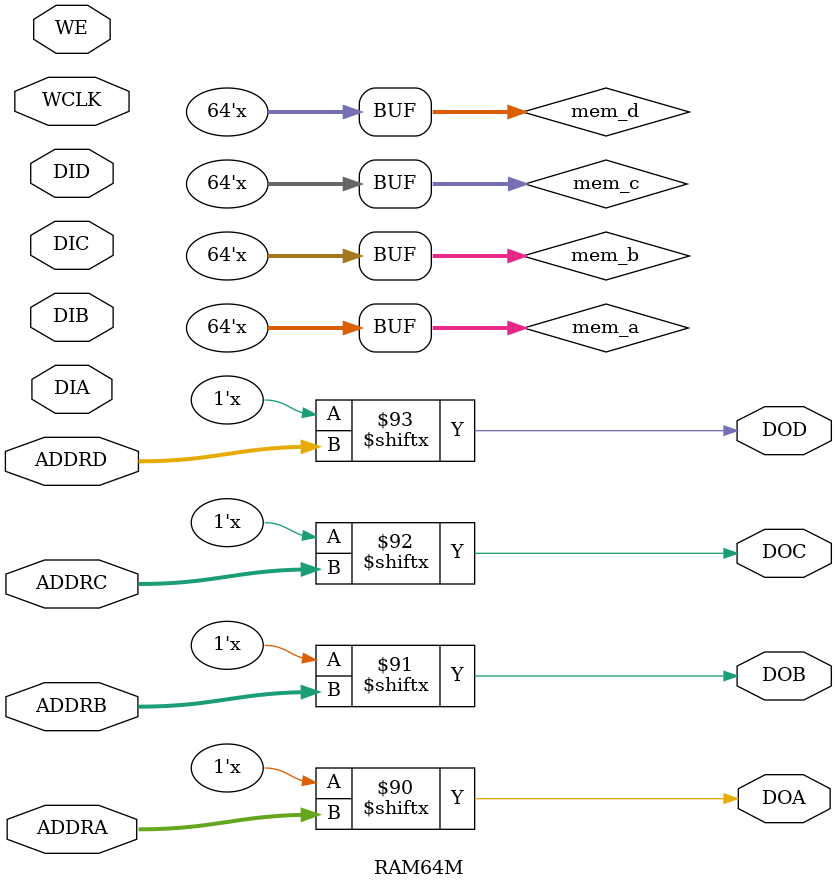
<source format=v>

`timescale 1 ps/1 ps

module RAM64M (DOA, DOB, DOC, DOD, ADDRA, ADDRB, ADDRC, ADDRD, DIA, DIB, DIC, DID, WCLK, WE);

  parameter  INIT_A = 64'h0000000000000000;
  parameter  INIT_B = 64'h0000000000000000;
  parameter  INIT_C = 64'h0000000000000000;
  parameter  INIT_D = 64'h0000000000000000;

  output  DOA;
  output  DOB;
  output  DOC;
  output  DOD;
  input [5:0] ADDRA;
  input [5:0] ADDRB;
  input [5:0] ADDRC;
  input [5:0] ADDRD;
  input  DIA;
  input  DIB;
  input  DIC;
  input  DID;
  input WCLK;
  input WE;

  reg [63:0] mem_a, mem_b, mem_c, mem_d;
  reg notifier;

  initial begin
    mem_a = INIT_A;
    mem_b = INIT_B;
    mem_c = INIT_C;
    mem_d = INIT_D;
  end

  always @(posedge WCLK)
    if (WE) begin
      mem_a[ADDRD] <= #100 DIA;
      mem_b[ADDRD] <= #100 DIB;
      mem_c[ADDRD] <= #100 DIC;
      mem_d[ADDRD] <= #100 DID;
  end

   assign  DOA = mem_a[ADDRA];
   assign  DOB = mem_b[ADDRB];
   assign  DOC = mem_c[ADDRC];
   assign  DOD = mem_d[ADDRD];

  always @(notifier) begin
      mem_a[ADDRD] <= 1'bx;
      mem_b[ADDRD] <= 1'bx;
      mem_c[ADDRD] <= 1'bx;
      mem_d[ADDRD] <= 1'bx;
  end

endmodule

</source>
